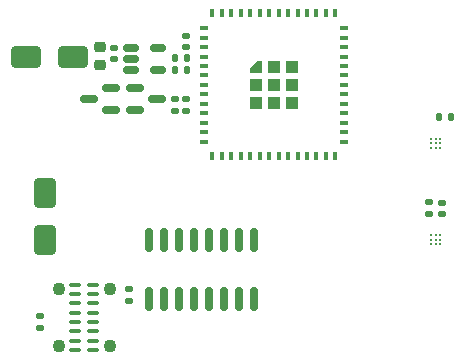
<source format=gtp>
%TF.GenerationSoftware,KiCad,Pcbnew,8.0.1*%
%TF.CreationDate,2025-02-14T15:05:20+08:00*%
%TF.ProjectId,SpeakerDriver,53706561-6b65-4724-9472-697665722e6b,rev?*%
%TF.SameCoordinates,Original*%
%TF.FileFunction,Paste,Top*%
%TF.FilePolarity,Positive*%
%FSLAX46Y46*%
G04 Gerber Fmt 4.6, Leading zero omitted, Abs format (unit mm)*
G04 Created by KiCad (PCBNEW 8.0.1) date 2025-02-14 15:05:20*
%MOMM*%
%LPD*%
G01*
G04 APERTURE LIST*
G04 Aperture macros list*
%AMRoundRect*
0 Rectangle with rounded corners*
0 $1 Rounding radius*
0 $2 $3 $4 $5 $6 $7 $8 $9 X,Y pos of 4 corners*
0 Add a 4 corners polygon primitive as box body*
4,1,4,$2,$3,$4,$5,$6,$7,$8,$9,$2,$3,0*
0 Add four circle primitives for the rounded corners*
1,1,$1+$1,$2,$3*
1,1,$1+$1,$4,$5*
1,1,$1+$1,$6,$7*
1,1,$1+$1,$8,$9*
0 Add four rect primitives between the rounded corners*
20,1,$1+$1,$2,$3,$4,$5,0*
20,1,$1+$1,$4,$5,$6,$7,0*
20,1,$1+$1,$6,$7,$8,$9,0*
20,1,$1+$1,$8,$9,$2,$3,0*%
%AMFreePoly0*
4,1,6,0.500000,-0.100000,0.500000,-0.500000,-0.500000,-0.500000,-0.500000,0.500000,-0.100000,0.500000,0.500000,-0.100000,0.500000,-0.100000,$1*%
G04 Aperture macros list end*
%ADD10RoundRect,0.225000X-0.250000X0.225000X-0.250000X-0.225000X0.250000X-0.225000X0.250000X0.225000X0*%
%ADD11RoundRect,0.140000X-0.140000X-0.170000X0.140000X-0.170000X0.140000X0.170000X-0.140000X0.170000X0*%
%ADD12RoundRect,0.140000X0.170000X-0.140000X0.170000X0.140000X-0.170000X0.140000X-0.170000X-0.140000X0*%
%ADD13C,0.270002*%
%ADD14RoundRect,0.250000X1.000000X0.650000X-1.000000X0.650000X-1.000000X-0.650000X1.000000X-0.650000X0*%
%ADD15RoundRect,0.150000X0.150000X-0.825000X0.150000X0.825000X-0.150000X0.825000X-0.150000X-0.825000X0*%
%ADD16RoundRect,0.150000X-0.587500X-0.150000X0.587500X-0.150000X0.587500X0.150000X-0.587500X0.150000X0*%
%ADD17RoundRect,0.135000X0.135000X0.185000X-0.135000X0.185000X-0.135000X-0.185000X0.135000X-0.185000X0*%
%ADD18RoundRect,0.135000X-0.185000X0.135000X-0.185000X-0.135000X0.185000X-0.135000X0.185000X0.135000X0*%
%ADD19RoundRect,0.150000X0.587500X0.150000X-0.587500X0.150000X-0.587500X-0.150000X0.587500X-0.150000X0*%
%ADD20RoundRect,0.140000X-0.170000X0.140000X-0.170000X-0.140000X0.170000X-0.140000X0.170000X0.140000X0*%
%ADD21RoundRect,0.250000X-0.650000X1.000000X-0.650000X-1.000000X0.650000X-1.000000X0.650000X1.000000X0*%
%ADD22RoundRect,0.150000X-0.512500X-0.150000X0.512500X-0.150000X0.512500X0.150000X-0.512500X0.150000X0*%
%ADD23RoundRect,0.075000X-0.425000X0.075000X-0.425000X-0.075000X0.425000X-0.075000X0.425000X0.075000X0*%
%ADD24C,1.100000*%
%ADD25RoundRect,0.135000X-0.135000X-0.185000X0.135000X-0.185000X0.135000X0.185000X-0.135000X0.185000X0*%
%ADD26R,0.800000X0.400000*%
%ADD27R,0.400000X0.800000*%
%ADD28FreePoly0,90.000000*%
%ADD29R,1.000000X1.000000*%
G04 APERTURE END LIST*
D10*
%TO.C,C6*%
X139400000Y-92525000D03*
X139400000Y-94075000D03*
%TD*%
D11*
%TO.C,C5*%
X168120000Y-98500000D03*
X169080000Y-98500000D03*
%TD*%
D12*
%TO.C,C4*%
X168300000Y-106680000D03*
X168300000Y-105720000D03*
%TD*%
D13*
%TO.C,U2*%
X167400000Y-108450000D03*
X167800000Y-108450000D03*
X168200000Y-108450000D03*
X167400000Y-108850000D03*
X167800000Y-108850000D03*
X168200000Y-108850000D03*
X167400000Y-109250000D03*
X167800000Y-109250000D03*
X168200000Y-109250000D03*
%TD*%
%TO.C,U1*%
X167400000Y-100300000D03*
X167800000Y-100300000D03*
X168200000Y-100300000D03*
X167400000Y-100700000D03*
X167800000Y-100700000D03*
X168200000Y-100700000D03*
X167400000Y-101100000D03*
X167800000Y-101100000D03*
X168200000Y-101100000D03*
%TD*%
D14*
%TO.C,D2*%
X137100000Y-93400000D03*
X133100000Y-93400000D03*
%TD*%
D15*
%TO.C,U4*%
X143500000Y-113875000D03*
X144770000Y-113875000D03*
X146040000Y-113875000D03*
X147310000Y-113875000D03*
X148580000Y-113875000D03*
X149850000Y-113875000D03*
X151120000Y-113875000D03*
X152390000Y-113875000D03*
X152390000Y-108925000D03*
X151120000Y-108925000D03*
X149850000Y-108925000D03*
X148580000Y-108925000D03*
X147310000Y-108925000D03*
X146040000Y-108925000D03*
X144770000Y-108925000D03*
X143500000Y-108925000D03*
%TD*%
D16*
%TO.C,Q1*%
X142325000Y-96000000D03*
X142325000Y-97900000D03*
X144200000Y-96950000D03*
%TD*%
D12*
%TO.C,C1*%
X146700000Y-92580000D03*
X146700000Y-91620000D03*
%TD*%
D17*
%TO.C,R6*%
X146710000Y-94500000D03*
X145690000Y-94500000D03*
%TD*%
D18*
%TO.C,R4*%
X146700000Y-97960000D03*
X146700000Y-96940000D03*
%TD*%
%TO.C,R3*%
X134300000Y-115340000D03*
X134300000Y-116360000D03*
%TD*%
D19*
%TO.C,Q2*%
X140300000Y-97900000D03*
X140300000Y-96000000D03*
X138425000Y-96950000D03*
%TD*%
D20*
%TO.C,C2*%
X140600000Y-92640000D03*
X140600000Y-93600000D03*
%TD*%
D18*
%TO.C,R2*%
X141800000Y-113050000D03*
X141800000Y-114070000D03*
%TD*%
D21*
%TO.C,D1*%
X134700000Y-104900000D03*
X134700000Y-108900000D03*
%TD*%
D22*
%TO.C,U5*%
X142025000Y-92600000D03*
X142025000Y-93550000D03*
X142025000Y-94500000D03*
X144300000Y-94500000D03*
X144300000Y-92600000D03*
%TD*%
D20*
%TO.C,C3*%
X145700000Y-97930000D03*
X145700000Y-96970000D03*
%TD*%
D23*
%TO.C,J3*%
X138810000Y-112670000D03*
X138810000Y-113460000D03*
X138810000Y-114250000D03*
X138810000Y-115040000D03*
X138810000Y-115830000D03*
X138810000Y-116620000D03*
X138810000Y-117410000D03*
X138810000Y-118200000D03*
X137290000Y-118200000D03*
X137290000Y-117410000D03*
X137290000Y-116620000D03*
X137290000Y-115830000D03*
X137290000Y-115040000D03*
X137290000Y-114250000D03*
X137290000Y-113460000D03*
X137290000Y-112670000D03*
D24*
X140200000Y-113050000D03*
X135900000Y-113050000D03*
X140200000Y-117850000D03*
X135900000Y-117850000D03*
%TD*%
D25*
%TO.C,R5*%
X145690000Y-93500000D03*
X146710000Y-93500000D03*
%TD*%
D18*
%TO.C,R1*%
X167200000Y-105630000D03*
X167200000Y-106650000D03*
%TD*%
D26*
%TO.C,U3*%
X148200000Y-90950000D03*
X148200000Y-91750000D03*
X148200000Y-92550000D03*
X148200000Y-93350000D03*
X148200000Y-94150000D03*
X148200000Y-94950000D03*
X148200000Y-95750000D03*
X148200000Y-96550000D03*
X148200000Y-97350000D03*
X148200000Y-98150000D03*
X148200000Y-98950000D03*
X148200000Y-99750000D03*
X148200000Y-100550000D03*
D27*
X148900000Y-101800000D03*
X149700000Y-101800000D03*
X150500000Y-101800000D03*
X151300000Y-101800000D03*
X152100000Y-101800000D03*
X152900000Y-101800000D03*
X153700000Y-101800000D03*
X154500000Y-101800000D03*
X155300000Y-101800000D03*
X156100000Y-101800000D03*
X156900000Y-101800000D03*
X157700000Y-101800000D03*
X158500000Y-101800000D03*
X159300000Y-101800000D03*
D26*
X160000000Y-100550000D03*
X160000000Y-99750000D03*
X160000000Y-98950000D03*
X160000000Y-98150000D03*
X160000000Y-97350000D03*
X160000000Y-96550000D03*
X160000000Y-95750000D03*
X160000000Y-94950000D03*
X160000000Y-94150000D03*
X160000000Y-93350000D03*
X160000000Y-92550000D03*
X160000000Y-91750000D03*
X160000000Y-90950000D03*
D27*
X159300000Y-89700000D03*
X158500000Y-89700000D03*
X157700000Y-89700000D03*
X156900000Y-89700000D03*
X156100000Y-89700000D03*
X155300000Y-89700000D03*
X154500000Y-89700000D03*
X153700000Y-89700000D03*
X152900000Y-89700000D03*
X152100000Y-89700000D03*
X151300000Y-89700000D03*
X150500000Y-89700000D03*
X149700000Y-89700000D03*
X148900000Y-89700000D03*
D28*
X152600000Y-94250000D03*
D29*
X152600000Y-95750000D03*
X152600000Y-97250000D03*
X154100000Y-94250000D03*
X154100000Y-95750000D03*
X154100000Y-97250000D03*
X155600000Y-94250000D03*
X155600000Y-95750000D03*
X155600000Y-97250000D03*
%TD*%
M02*

</source>
